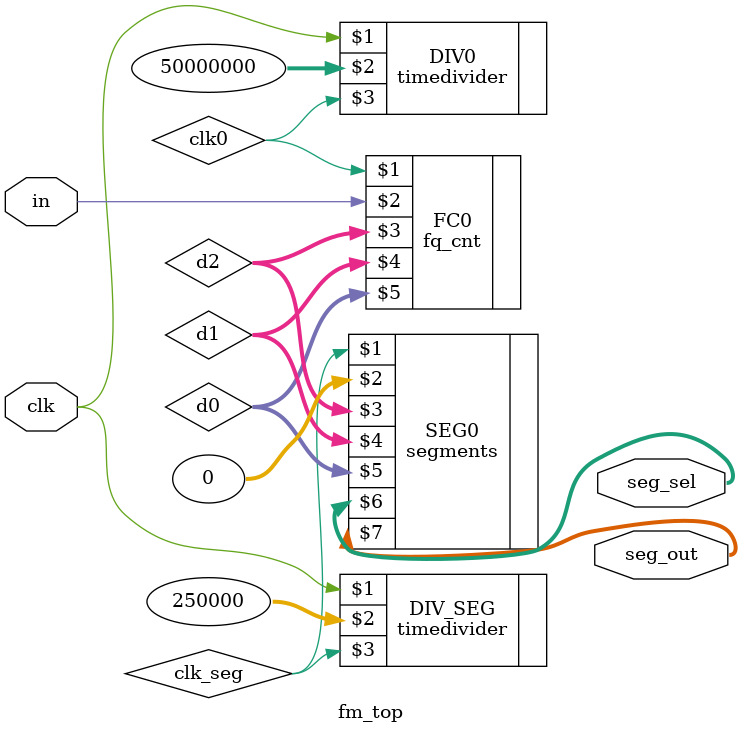
<source format=v>
`timescale 1ns / 1ps


module fm_top(
    clk, in,
    seg_sel, seg_out
);
input clk, in;//clk = 100MHz, in is measured signal
output wire [3:0] seg_sel;
output wire [6:0] seg_out;

//other variables
//wire in;//256Hz
wire clk0; //1Hz
wire clk_seg;//200Hz
wire [3:0] d2, d1, d0;

//call modules
timedivider
DIV0(clk, 50000000, clk0),//1Hz
DIV_SEG(clk, 250000, clk_seg);//200Hz
//DIV_IN(clk, 195312, in);//256Hz
fq_cnt FC0(clk0, in, d2, d1, d0);
segments SEG0(clk_seg, 0, d2, d1, d0, seg_sel, seg_out);

endmodule

</source>
